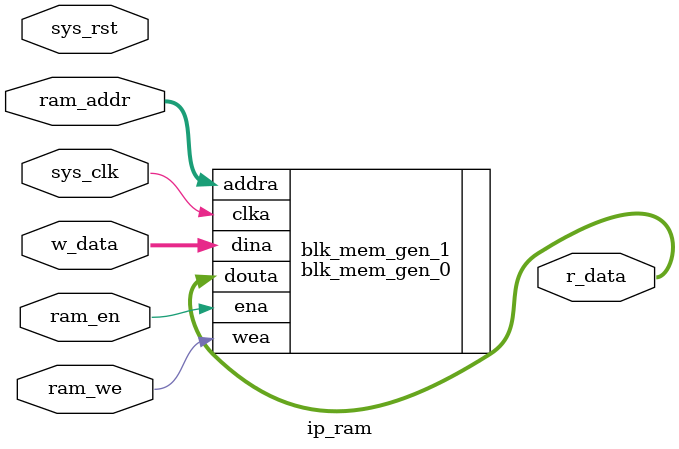
<source format=v>
`timescale 1ns / 1ps


module ip_ram (
        input          sys_clk,
        input          sys_rst,
        input          ram_en,
        input          ram_we,
        input  [3:0]   ram_addr,
        input  [7:0]   w_data,
        output [7:0]   r_data
    );

    blk_mem_gen_0 blk_mem_gen_1 (
                      .clka(sys_clk),
                      .ena(ram_en),            // Port A enable
                      .wea(ram_we),            // Write enable
                      .addra(ram_addr),
                      .dina(w_data),
                      .douta(r_data)
                  );

endmodule

</source>
